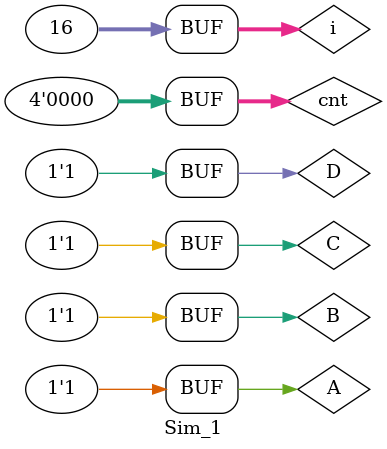
<source format=v>
`timescale 1ns / 1ps


module Sim_1(

    );
    parameter NUM_INP = 4;
    reg A, B, C, D;
    reg[NUM_INP-1:0] cnt;
    wire FPOS, FSOP;
    integer i;
    Part_1 UUT(.A(A), .B(B), .C(C), .D(D), .FPOS(FPOS), .FSOP(FSOP));
        initial begin
            cnt = 0;
            for(i = 0; i < 2**NUM_INP; i = i + 1)begin
                A = cnt[3];
                B = cnt[2];
                C = cnt[1];
                D = cnt[0];
                cnt = cnt + 1;
                #10;
            end
        end
    endmodule

</source>
